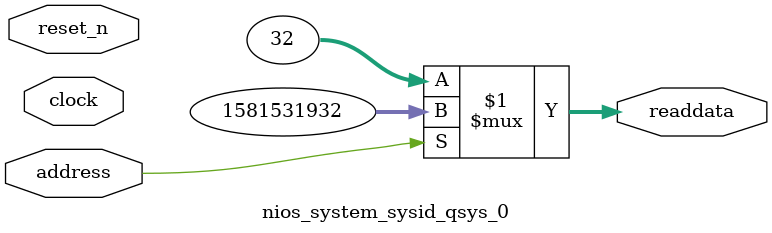
<source format=v>



// synthesis translate_off
`timescale 1ns / 1ps
// synthesis translate_on

// turn off superfluous verilog processor warnings 
// altera message_level Level1 
// altera message_off 10034 10035 10036 10037 10230 10240 10030 

module nios_system_sysid_qsys_0 (
               // inputs:
                address,
                clock,
                reset_n,

               // outputs:
                readdata
             )
;

  output  [ 31: 0] readdata;
  input            address;
  input            clock;
  input            reset_n;

  wire    [ 31: 0] readdata;
  //control_slave, which is an e_avalon_slave
  assign readdata = address ? 1581531932 : 32;

endmodule



</source>
